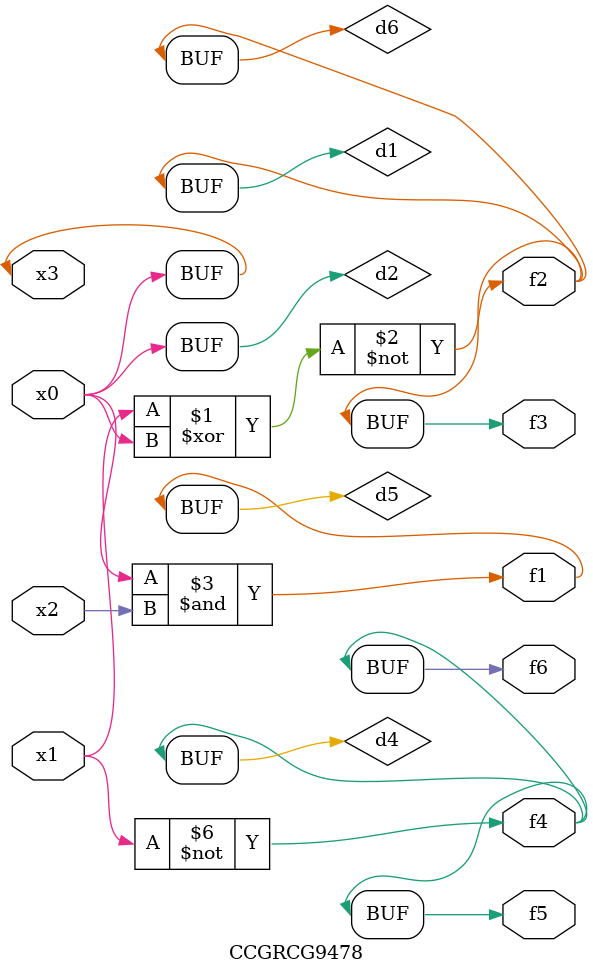
<source format=v>
module CCGRCG9478(
	input x0, x1, x2, x3,
	output f1, f2, f3, f4, f5, f6
);

	wire d1, d2, d3, d4, d5, d6;

	xnor (d1, x1, x3);
	buf (d2, x0, x3);
	nand (d3, x0, x2);
	not (d4, x1);
	nand (d5, d3);
	or (d6, d1);
	assign f1 = d5;
	assign f2 = d6;
	assign f3 = d6;
	assign f4 = d4;
	assign f5 = d4;
	assign f6 = d4;
endmodule

</source>
